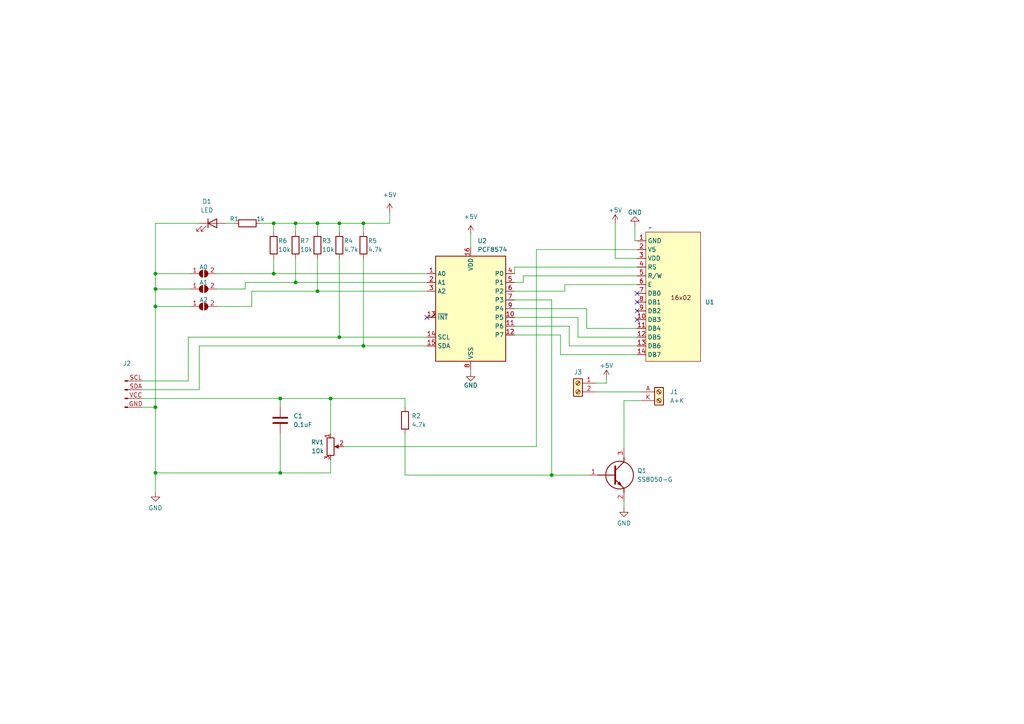
<source format=kicad_sch>
(kicad_sch (version 20230121) (generator eeschema)

  (uuid 88933122-7512-4550-b3e5-8a7e6a1f5ef7)

  (paper "A4")

  (lib_symbols
    (symbol "Connector:Conn_01x04_Pin" (pin_names (offset 1.016) hide) (in_bom yes) (on_board yes)
      (property "Reference" "J2" (at 0.635 7.62 0)
        (effects (font (size 1.27 1.27)))
      )
      (property "Value" "Conn_01x04_Pin" (at 0.635 5.08 0)
        (effects (font (size 1.27 1.27)))
      )
      (property "Footprint" "" (at 0 0 0)
        (effects (font (size 1.27 1.27)) hide)
      )
      (property "Datasheet" "~" (at 0 0 0)
        (effects (font (size 1.27 1.27)) hide)
      )
      (property "ki_locked" "" (at 0 0 0)
        (effects (font (size 1.27 1.27)))
      )
      (property "ki_keywords" "connector" (at 0 0 0)
        (effects (font (size 1.27 1.27)) hide)
      )
      (property "ki_description" "Generic connector, single row, 01x04, script generated" (at 0 0 0)
        (effects (font (size 1.27 1.27)) hide)
      )
      (property "ki_fp_filters" "Connector*:*_1x??_*" (at 0 0 0)
        (effects (font (size 1.27 1.27)) hide)
      )
      (symbol "Conn_01x04_Pin_1_1"
        (polyline
          (pts
            (xy 1.27 -5.08)
            (xy 0.8636 -5.08)
          )
          (stroke (width 0.1524) (type default))
          (fill (type none))
        )
        (polyline
          (pts
            (xy 1.27 -2.54)
            (xy 0.8636 -2.54)
          )
          (stroke (width 0.1524) (type default))
          (fill (type none))
        )
        (polyline
          (pts
            (xy 1.27 0)
            (xy 0.8636 0)
          )
          (stroke (width 0.1524) (type default))
          (fill (type none))
        )
        (polyline
          (pts
            (xy 1.27 2.54)
            (xy 0.8636 2.54)
          )
          (stroke (width 0.1524) (type default))
          (fill (type none))
        )
        (rectangle (start 0.8636 -4.953) (end 0 -5.207)
          (stroke (width 0.1524) (type default))
          (fill (type outline))
        )
        (rectangle (start 0.8636 -2.413) (end 0 -2.667)
          (stroke (width 0.1524) (type default))
          (fill (type outline))
        )
        (rectangle (start 0.8636 0.127) (end 0 -0.127)
          (stroke (width 0.1524) (type default))
          (fill (type outline))
        )
        (rectangle (start 0.8636 2.667) (end 0 2.413)
          (stroke (width 0.1524) (type default))
          (fill (type outline))
        )
        (pin passive line (at 5.08 -5.08 180) (length 3.81)
          (name "Pin_4" (effects (font (size 1.27 1.27))))
          (number "GND" (effects (font (size 1.27 1.27))))
        )
        (pin passive line (at 5.08 2.54 180) (length 3.81)
          (name "Pin_1" (effects (font (size 1.27 1.27))))
          (number "SCL" (effects (font (size 1.27 1.27))))
        )
        (pin passive line (at 5.08 0 180) (length 3.81)
          (name "Pin_2" (effects (font (size 1.27 1.27))))
          (number "SDA" (effects (font (size 1.27 1.27))))
        )
        (pin passive line (at 5.08 -2.54 180) (length 3.81)
          (name "Pin_3" (effects (font (size 1.27 1.27))))
          (number "VCC" (effects (font (size 1.27 1.27))))
        )
      )
    )
    (symbol "Connector:Screw_Terminal_01x02" (pin_names (offset 1.016) hide) (in_bom yes) (on_board yes)
      (property "Reference" "J1" (at 3.175 0 0)
        (effects (font (size 1.27 1.27)) (justify left))
      )
      (property "Value" "A+K" (at 3.175 -2.54 0)
        (effects (font (size 1.27 1.27)) (justify left))
      )
      (property "Footprint" "" (at 0 0 0)
        (effects (font (size 1.27 1.27)) hide)
      )
      (property "Datasheet" "~" (at 0 0 0)
        (effects (font (size 1.27 1.27)) hide)
      )
      (property "ki_keywords" "screw terminal" (at 0 0 0)
        (effects (font (size 1.27 1.27)) hide)
      )
      (property "ki_description" "Generic screw terminal, single row, 01x02, script generated (kicad-library-utils/schlib/autogen/connector/)" (at 0 0 0)
        (effects (font (size 1.27 1.27)) hide)
      )
      (property "ki_fp_filters" "TerminalBlock*:*" (at 0 0 0)
        (effects (font (size 1.27 1.27)) hide)
      )
      (symbol "Screw_Terminal_01x02_1_1"
        (rectangle (start -1.27 1.27) (end 1.27 -3.81)
          (stroke (width 0.254) (type default))
          (fill (type background))
        )
        (circle (center 0 -2.54) (radius 0.635)
          (stroke (width 0.1524) (type default))
          (fill (type none))
        )
        (polyline
          (pts
            (xy -0.5334 -2.2098)
            (xy 0.3302 -3.048)
          )
          (stroke (width 0.1524) (type default))
          (fill (type none))
        )
        (polyline
          (pts
            (xy -0.5334 0.3302)
            (xy 0.3302 -0.508)
          )
          (stroke (width 0.1524) (type default))
          (fill (type none))
        )
        (polyline
          (pts
            (xy -0.3556 -2.032)
            (xy 0.508 -2.8702)
          )
          (stroke (width 0.1524) (type default))
          (fill (type none))
        )
        (polyline
          (pts
            (xy -0.3556 0.508)
            (xy 0.508 -0.3302)
          )
          (stroke (width 0.1524) (type default))
          (fill (type none))
        )
        (circle (center 0 0) (radius 0.635)
          (stroke (width 0.1524) (type default))
          (fill (type none))
        )
        (pin passive line (at -5.08 0 0) (length 3.81)
          (name "Pin_1" (effects (font (size 1.27 1.27))))
          (number "A" (effects (font (size 1.27 1.27))))
        )
        (pin passive line (at -5.08 -2.54 0) (length 3.81)
          (name "K" (effects (font (size 1.27 1.27))))
          (number "K" (effects (font (size 1.27 1.27))))
        )
      )
    )
    (symbol "Device:C" (pin_numbers hide) (pin_names (offset 0.254)) (in_bom yes) (on_board yes)
      (property "Reference" "C" (at 0.635 2.54 0)
        (effects (font (size 1.27 1.27)) (justify left))
      )
      (property "Value" "C" (at 0.635 -2.54 0)
        (effects (font (size 1.27 1.27)) (justify left))
      )
      (property "Footprint" "" (at 0.9652 -3.81 0)
        (effects (font (size 1.27 1.27)) hide)
      )
      (property "Datasheet" "~" (at 0 0 0)
        (effects (font (size 1.27 1.27)) hide)
      )
      (property "ki_keywords" "cap capacitor" (at 0 0 0)
        (effects (font (size 1.27 1.27)) hide)
      )
      (property "ki_description" "Unpolarized capacitor" (at 0 0 0)
        (effects (font (size 1.27 1.27)) hide)
      )
      (property "ki_fp_filters" "C_*" (at 0 0 0)
        (effects (font (size 1.27 1.27)) hide)
      )
      (symbol "C_0_1"
        (polyline
          (pts
            (xy -2.032 -0.762)
            (xy 2.032 -0.762)
          )
          (stroke (width 0.508) (type default))
          (fill (type none))
        )
        (polyline
          (pts
            (xy -2.032 0.762)
            (xy 2.032 0.762)
          )
          (stroke (width 0.508) (type default))
          (fill (type none))
        )
      )
      (symbol "C_1_1"
        (pin passive line (at 0 3.81 270) (length 2.794)
          (name "~" (effects (font (size 1.27 1.27))))
          (number "1" (effects (font (size 1.27 1.27))))
        )
        (pin passive line (at 0 -3.81 90) (length 2.794)
          (name "~" (effects (font (size 1.27 1.27))))
          (number "2" (effects (font (size 1.27 1.27))))
        )
      )
    )
    (symbol "Device:LED" (pin_numbers hide) (pin_names (offset 1.016) hide) (in_bom yes) (on_board yes)
      (property "Reference" "D" (at 0 2.54 0)
        (effects (font (size 1.27 1.27)))
      )
      (property "Value" "LED" (at 0 -2.54 0)
        (effects (font (size 1.27 1.27)))
      )
      (property "Footprint" "" (at 0 0 0)
        (effects (font (size 1.27 1.27)) hide)
      )
      (property "Datasheet" "~" (at 0 0 0)
        (effects (font (size 1.27 1.27)) hide)
      )
      (property "ki_keywords" "LED diode" (at 0 0 0)
        (effects (font (size 1.27 1.27)) hide)
      )
      (property "ki_description" "Light emitting diode" (at 0 0 0)
        (effects (font (size 1.27 1.27)) hide)
      )
      (property "ki_fp_filters" "LED* LED_SMD:* LED_THT:*" (at 0 0 0)
        (effects (font (size 1.27 1.27)) hide)
      )
      (symbol "LED_0_1"
        (polyline
          (pts
            (xy -1.27 -1.27)
            (xy -1.27 1.27)
          )
          (stroke (width 0.254) (type default))
          (fill (type none))
        )
        (polyline
          (pts
            (xy -1.27 0)
            (xy 1.27 0)
          )
          (stroke (width 0) (type default))
          (fill (type none))
        )
        (polyline
          (pts
            (xy 1.27 -1.27)
            (xy 1.27 1.27)
            (xy -1.27 0)
            (xy 1.27 -1.27)
          )
          (stroke (width 0.254) (type default))
          (fill (type none))
        )
        (polyline
          (pts
            (xy -3.048 -0.762)
            (xy -4.572 -2.286)
            (xy -3.81 -2.286)
            (xy -4.572 -2.286)
            (xy -4.572 -1.524)
          )
          (stroke (width 0) (type default))
          (fill (type none))
        )
        (polyline
          (pts
            (xy -1.778 -0.762)
            (xy -3.302 -2.286)
            (xy -2.54 -2.286)
            (xy -3.302 -2.286)
            (xy -3.302 -1.524)
          )
          (stroke (width 0) (type default))
          (fill (type none))
        )
      )
      (symbol "LED_1_1"
        (pin passive line (at -3.81 0 0) (length 2.54)
          (name "K" (effects (font (size 1.27 1.27))))
          (number "1" (effects (font (size 1.27 1.27))))
        )
        (pin passive line (at 3.81 0 180) (length 2.54)
          (name "A" (effects (font (size 1.27 1.27))))
          (number "2" (effects (font (size 1.27 1.27))))
        )
      )
    )
    (symbol "Device:R" (pin_numbers hide) (pin_names (offset 0)) (in_bom yes) (on_board yes)
      (property "Reference" "R" (at 2.032 0 90)
        (effects (font (size 1.27 1.27)))
      )
      (property "Value" "R" (at 0 0 90)
        (effects (font (size 1.27 1.27)))
      )
      (property "Footprint" "" (at -1.778 0 90)
        (effects (font (size 1.27 1.27)) hide)
      )
      (property "Datasheet" "~" (at 0 0 0)
        (effects (font (size 1.27 1.27)) hide)
      )
      (property "ki_keywords" "R res resistor" (at 0 0 0)
        (effects (font (size 1.27 1.27)) hide)
      )
      (property "ki_description" "Resistor" (at 0 0 0)
        (effects (font (size 1.27 1.27)) hide)
      )
      (property "ki_fp_filters" "R_*" (at 0 0 0)
        (effects (font (size 1.27 1.27)) hide)
      )
      (symbol "R_0_1"
        (rectangle (start -1.016 -2.54) (end 1.016 2.54)
          (stroke (width 0.254) (type default))
          (fill (type none))
        )
      )
      (symbol "R_1_1"
        (pin passive line (at 0 3.81 270) (length 1.27)
          (name "~" (effects (font (size 1.27 1.27))))
          (number "1" (effects (font (size 1.27 1.27))))
        )
        (pin passive line (at 0 -3.81 90) (length 1.27)
          (name "~" (effects (font (size 1.27 1.27))))
          (number "2" (effects (font (size 1.27 1.27))))
        )
      )
    )
    (symbol "Device:R_Potentiometer" (pin_names (offset 1.016) hide) (in_bom yes) (on_board yes)
      (property "Reference" "RV" (at -4.445 0 90)
        (effects (font (size 1.27 1.27)))
      )
      (property "Value" "R_Potentiometer" (at -2.54 0 90)
        (effects (font (size 1.27 1.27)))
      )
      (property "Footprint" "" (at 0 0 0)
        (effects (font (size 1.27 1.27)) hide)
      )
      (property "Datasheet" "~" (at 0 0 0)
        (effects (font (size 1.27 1.27)) hide)
      )
      (property "ki_keywords" "resistor variable" (at 0 0 0)
        (effects (font (size 1.27 1.27)) hide)
      )
      (property "ki_description" "Potentiometer" (at 0 0 0)
        (effects (font (size 1.27 1.27)) hide)
      )
      (property "ki_fp_filters" "Potentiometer*" (at 0 0 0)
        (effects (font (size 1.27 1.27)) hide)
      )
      (symbol "R_Potentiometer_0_1"
        (polyline
          (pts
            (xy 2.54 0)
            (xy 1.524 0)
          )
          (stroke (width 0) (type default))
          (fill (type none))
        )
        (polyline
          (pts
            (xy 1.143 0)
            (xy 2.286 0.508)
            (xy 2.286 -0.508)
            (xy 1.143 0)
          )
          (stroke (width 0) (type default))
          (fill (type outline))
        )
        (rectangle (start 1.016 2.54) (end -1.016 -2.54)
          (stroke (width 0.254) (type default))
          (fill (type none))
        )
      )
      (symbol "R_Potentiometer_1_1"
        (pin passive line (at 0 3.81 270) (length 1.27)
          (name "1" (effects (font (size 1.27 1.27))))
          (number "1" (effects (font (size 1.27 1.27))))
        )
        (pin passive line (at 3.81 0 180) (length 1.27)
          (name "2" (effects (font (size 1.27 1.27))))
          (number "2" (effects (font (size 1.27 1.27))))
        )
        (pin passive line (at 0 -3.81 90) (length 1.27)
          (name "3" (effects (font (size 1.27 1.27))))
          (number "3" (effects (font (size 1.27 1.27))))
        )
      )
    )
    (symbol "Interface_Expansion:PCF8574" (in_bom yes) (on_board yes)
      (property "Reference" "U2" (at 1.9559 19.685 0)
        (effects (font (size 1.27 1.27)) (justify left))
      )
      (property "Value" "PCF8574" (at 1.9559 17.145 0)
        (effects (font (size 1.27 1.27)) (justify left))
      )
      (property "Footprint" "" (at 0 0 0)
        (effects (font (size 1.27 1.27)) hide)
      )
      (property "Datasheet" "http://www.nxp.com/documents/data_sheet/PCF8574_PCF8574A.pdf" (at 0 7.62 0)
        (effects (font (size 1.27 1.27)) hide)
      )
      (property "ki_keywords" "I2C Expander" (at 0 0 0)
        (effects (font (size 1.27 1.27)) hide)
      )
      (property "ki_description" "8 Bit Port/Expander to I2C Bus, DIP/SOIC-16" (at 0 0 0)
        (effects (font (size 1.27 1.27)) hide)
      )
      (property "ki_fp_filters" "DIP*W7.62mm* SOIC*7.5x10.3mm*P1.27mm*" (at 0 0 0)
        (effects (font (size 1.27 1.27)) hide)
      )
      (symbol "PCF8574_0_1"
        (rectangle (start -10.16 15.24) (end 10.16 -15.24)
          (stroke (width 0.254) (type default))
          (fill (type background))
        )
      )
      (symbol "PCF8574_1_1"
        (pin input line (at -12.7 10.16 0) (length 2.54)
          (name "A0" (effects (font (size 1.27 1.27))))
          (number "1" (effects (font (size 1.27 1.27))))
        )
        (pin bidirectional line (at 12.7 -2.54 180) (length 2.54)
          (name "P5" (effects (font (size 1.27 1.27))))
          (number "10" (effects (font (size 1.27 1.27))))
        )
        (pin bidirectional line (at 12.7 -5.08 180) (length 2.54)
          (name "P6" (effects (font (size 1.27 1.27))))
          (number "11" (effects (font (size 1.27 1.27))))
        )
        (pin bidirectional line (at 12.7 -7.62 180) (length 2.54)
          (name "P7" (effects (font (size 1.27 1.27))))
          (number "12" (effects (font (size 1.27 1.27))))
        )
        (pin open_collector output_low (at -12.7 -2.54 0) (length 2.54)
          (name "~{INT}" (effects (font (size 1.27 1.27))))
          (number "13" (effects (font (size 1.27 1.27))))
        )
        (pin input line (at -12.7 -8.255 0) (length 2.54)
          (name "SCL" (effects (font (size 1.27 1.27))))
          (number "14" (effects (font (size 1.27 1.27))))
        )
        (pin bidirectional line (at -12.7 -10.795 0) (length 2.54)
          (name "SDA" (effects (font (size 1.27 1.27))))
          (number "15" (effects (font (size 1.27 1.27))))
        )
        (pin power_in line (at 0 17.78 270) (length 2.54)
          (name "VDD" (effects (font (size 1.27 1.27))))
          (number "16" (effects (font (size 1.27 1.27))))
        )
        (pin input line (at -12.7 7.62 0) (length 2.54)
          (name "A1" (effects (font (size 1.27 1.27))))
          (number "2" (effects (font (size 1.27 1.27))))
        )
        (pin input line (at -12.7 5.08 0) (length 2.54)
          (name "A2" (effects (font (size 1.27 1.27))))
          (number "3" (effects (font (size 1.27 1.27))))
        )
        (pin bidirectional line (at 12.7 10.16 180) (length 2.54)
          (name "P0" (effects (font (size 1.27 1.27))))
          (number "4" (effects (font (size 1.27 1.27))))
        )
        (pin bidirectional line (at 12.7 7.62 180) (length 2.54)
          (name "P1" (effects (font (size 1.27 1.27))))
          (number "5" (effects (font (size 1.27 1.27))))
        )
        (pin bidirectional line (at 12.7 5.08 180) (length 2.54)
          (name "P2" (effects (font (size 1.27 1.27))))
          (number "6" (effects (font (size 1.27 1.27))))
        )
        (pin bidirectional line (at 12.7 2.54 180) (length 2.54)
          (name "P3" (effects (font (size 1.27 1.27))))
          (number "7" (effects (font (size 1.27 1.27))))
        )
        (pin power_in line (at 0 -17.78 90) (length 2.54)
          (name "VSS" (effects (font (size 1.27 1.27))))
          (number "8" (effects (font (size 1.27 1.27))))
        )
        (pin bidirectional line (at 12.7 0 180) (length 2.54)
          (name "P4" (effects (font (size 1.27 1.27))))
          (number "9" (effects (font (size 1.27 1.27))))
        )
      )
    )
    (symbol "Jumper:SolderJumper_2_Open" (pin_names (offset 0) hide) (in_bom yes) (on_board yes)
      (property "Reference" "JP" (at 0 2.032 0)
        (effects (font (size 1.27 1.27)))
      )
      (property "Value" "SolderJumper_2_Open" (at 0 -2.54 0)
        (effects (font (size 1.27 1.27)))
      )
      (property "Footprint" "" (at 0 0 0)
        (effects (font (size 1.27 1.27)) hide)
      )
      (property "Datasheet" "~" (at 0 0 0)
        (effects (font (size 1.27 1.27)) hide)
      )
      (property "ki_keywords" "solder jumper SPST" (at 0 0 0)
        (effects (font (size 1.27 1.27)) hide)
      )
      (property "ki_description" "Solder Jumper, 2-pole, open" (at 0 0 0)
        (effects (font (size 1.27 1.27)) hide)
      )
      (property "ki_fp_filters" "SolderJumper*Open*" (at 0 0 0)
        (effects (font (size 1.27 1.27)) hide)
      )
      (symbol "SolderJumper_2_Open_0_1"
        (arc (start -0.254 1.016) (mid -1.2656 0) (end -0.254 -1.016)
          (stroke (width 0) (type default))
          (fill (type none))
        )
        (arc (start -0.254 1.016) (mid -1.2656 0) (end -0.254 -1.016)
          (stroke (width 0) (type default))
          (fill (type outline))
        )
        (polyline
          (pts
            (xy -0.254 1.016)
            (xy -0.254 -1.016)
          )
          (stroke (width 0) (type default))
          (fill (type none))
        )
        (polyline
          (pts
            (xy 0.254 1.016)
            (xy 0.254 -1.016)
          )
          (stroke (width 0) (type default))
          (fill (type none))
        )
        (arc (start 0.254 -1.016) (mid 1.2656 0) (end 0.254 1.016)
          (stroke (width 0) (type default))
          (fill (type none))
        )
        (arc (start 0.254 -1.016) (mid 1.2656 0) (end 0.254 1.016)
          (stroke (width 0) (type default))
          (fill (type outline))
        )
      )
      (symbol "SolderJumper_2_Open_1_1"
        (pin passive line (at -3.81 0 0) (length 2.54)
          (name "A" (effects (font (size 1.27 1.27))))
          (number "1" (effects (font (size 1.27 1.27))))
        )
        (pin passive line (at 3.81 0 180) (length 2.54)
          (name "B" (effects (font (size 1.27 1.27))))
          (number "2" (effects (font (size 1.27 1.27))))
        )
      )
    )
    (symbol "SS8050-G:SS8050-G" (pin_names hide) (in_bom yes) (on_board yes)
      (property "Reference" "Q" (at 13.97 1.27 0)
        (effects (font (size 1.27 1.27)) (justify left top))
      )
      (property "Value" "SS8050-G" (at 13.97 -1.27 0)
        (effects (font (size 1.27 1.27)) (justify left top))
      )
      (property "Footprint" "SOT95P240X115-3N" (at 13.97 -101.27 0)
        (effects (font (size 1.27 1.27)) (justify left top) hide)
      )
      (property "Datasheet" "https://datasheet.datasheetarchive.com/originals/distributors/DKDS-12/229454.pdf" (at 13.97 -201.27 0)
        (effects (font (size 1.27 1.27)) (justify left top) hide)
      )
      (property "Height" "1.15" (at 13.97 -401.27 0)
        (effects (font (size 1.27 1.27)) (justify left top) hide)
      )
      (property "Mouser Part Number" "750-SS8050-G" (at 13.97 -501.27 0)
        (effects (font (size 1.27 1.27)) (justify left top) hide)
      )
      (property "Mouser Price/Stock" "https://www.mouser.co.uk/ProductDetail/Comchip-Technology/SS8050-G?qs=LLUE9lz1YbcHg%252BWLMAtcrQ%3D%3D" (at 13.97 -601.27 0)
        (effects (font (size 1.27 1.27)) (justify left top) hide)
      )
      (property "Manufacturer_Name" "Comchip Technology" (at 13.97 -701.27 0)
        (effects (font (size 1.27 1.27)) (justify left top) hide)
      )
      (property "Manufacturer_Part_Number" "SS8050-G" (at 13.97 -801.27 0)
        (effects (font (size 1.27 1.27)) (justify left top) hide)
      )
      (property "ki_description" "Bipolar Transistors - BJT NPN TRANSISTOR 1.5A 40V" (at 0 0 0)
        (effects (font (size 1.27 1.27)) hide)
      )
      (symbol "SS8050-G_1_1"
        (polyline
          (pts
            (xy 2.54 0)
            (xy 7.62 0)
          )
          (stroke (width 0.254) (type default))
          (fill (type none))
        )
        (polyline
          (pts
            (xy 7.62 -1.27)
            (xy 10.16 -3.81)
          )
          (stroke (width 0.254) (type default))
          (fill (type none))
        )
        (polyline
          (pts
            (xy 7.62 1.27)
            (xy 10.16 3.81)
          )
          (stroke (width 0.254) (type default))
          (fill (type none))
        )
        (polyline
          (pts
            (xy 7.62 2.54)
            (xy 7.62 -2.54)
          )
          (stroke (width 0.508) (type default))
          (fill (type none))
        )
        (polyline
          (pts
            (xy 10.16 -3.81)
            (xy 10.16 -5.08)
          )
          (stroke (width 0.254) (type default))
          (fill (type none))
        )
        (polyline
          (pts
            (xy 10.16 3.81)
            (xy 10.16 5.08)
          )
          (stroke (width 0.254) (type default))
          (fill (type none))
        )
        (polyline
          (pts
            (xy 8.382 -2.54)
            (xy 8.89 -2.032)
            (xy 9.398 -3.048)
            (xy 8.382 -2.54)
          )
          (stroke (width 0.254) (type default))
          (fill (type outline))
        )
        (circle (center 8.89 0) (radius 4.016)
          (stroke (width 0.254) (type default))
          (fill (type none))
        )
        (pin passive line (at 0 0 0) (length 2.54)
          (name "B" (effects (font (size 1.27 1.27))))
          (number "1" (effects (font (size 1.27 1.27))))
        )
        (pin passive line (at 10.16 -7.62 90) (length 2.54)
          (name "E" (effects (font (size 1.27 1.27))))
          (number "2" (effects (font (size 1.27 1.27))))
        )
        (pin passive line (at 10.16 7.62 270) (length 2.54)
          (name "C" (effects (font (size 1.27 1.27))))
          (number "3" (effects (font (size 1.27 1.27))))
        )
      )
    )
    (symbol "Screw_Terminal_01x02_1" (pin_names (offset 1.016) hide) (in_bom yes) (on_board yes)
      (property "Reference" "J" (at 0 2.54 0)
        (effects (font (size 1.27 1.27)))
      )
      (property "Value" "Screw_Terminal_01x02" (at 0 -5.08 0)
        (effects (font (size 1.27 1.27)))
      )
      (property "Footprint" "" (at 0 0 0)
        (effects (font (size 1.27 1.27)) hide)
      )
      (property "Datasheet" "~" (at 0 0 0)
        (effects (font (size 1.27 1.27)) hide)
      )
      (property "ki_keywords" "screw terminal" (at 0 0 0)
        (effects (font (size 1.27 1.27)) hide)
      )
      (property "ki_description" "Generic screw terminal, single row, 01x02, script generated (kicad-library-utils/schlib/autogen/connector/)" (at 0 0 0)
        (effects (font (size 1.27 1.27)) hide)
      )
      (property "ki_fp_filters" "TerminalBlock*:*" (at 0 0 0)
        (effects (font (size 1.27 1.27)) hide)
      )
      (symbol "Screw_Terminal_01x02_1_1_1"
        (rectangle (start -1.27 1.27) (end 1.27 -3.81)
          (stroke (width 0.254) (type default))
          (fill (type background))
        )
        (circle (center 0 -2.54) (radius 0.635)
          (stroke (width 0.1524) (type default))
          (fill (type none))
        )
        (polyline
          (pts
            (xy -0.5334 -2.2098)
            (xy 0.3302 -3.048)
          )
          (stroke (width 0.1524) (type default))
          (fill (type none))
        )
        (polyline
          (pts
            (xy -0.5334 0.3302)
            (xy 0.3302 -0.508)
          )
          (stroke (width 0.1524) (type default))
          (fill (type none))
        )
        (polyline
          (pts
            (xy -0.3556 -2.032)
            (xy 0.508 -2.8702)
          )
          (stroke (width 0.1524) (type default))
          (fill (type none))
        )
        (polyline
          (pts
            (xy -0.3556 0.508)
            (xy 0.508 -0.3302)
          )
          (stroke (width 0.1524) (type default))
          (fill (type none))
        )
        (circle (center 0 0) (radius 0.635)
          (stroke (width 0.1524) (type default))
          (fill (type none))
        )
        (pin passive line (at -5.08 0 0) (length 3.81)
          (name "Pin_1" (effects (font (size 1.27 1.27))))
          (number "1" (effects (font (size 1.27 1.27))))
        )
        (pin passive line (at -5.08 -2.54 0) (length 3.81)
          (name "Pin_2" (effects (font (size 1.27 1.27))))
          (number "2" (effects (font (size 1.27 1.27))))
        )
      )
    )
    (symbol "lcd:16x02" (in_bom yes) (on_board yes)
      (property "Reference" "U1" (at 15.875 -21.59 0)
        (effects (font (size 1.27 1.27)) (justify left))
      )
      (property "Value" "~" (at 0 0 0)
        (effects (font (size 1.27 1.27)))
      )
      (property "Footprint" "" (at 0 0 0)
        (effects (font (size 1.27 1.27)) hide)
      )
      (property "Datasheet" "" (at 0 0 0)
        (effects (font (size 1.27 1.27)) hide)
      )
      (symbol "16x02_1_1"
        (rectangle (start -1.27 -1.27) (end 14.605 -38.735)
          (stroke (width 0) (type default))
          (fill (type background))
        )
        (text "16x02\n" (at 8.89 -20.32 0)
          (effects (font (size 1.27 1.27)))
        )
        (pin input line (at -3.81 -3.81 0) (length 2.54)
          (name "GND" (effects (font (size 1.27 1.27))))
          (number "1" (effects (font (size 1.27 1.27))))
        )
        (pin input line (at -3.81 -26.67 0) (length 2.54)
          (name "DB3" (effects (font (size 1.27 1.27))))
          (number "10" (effects (font (size 1.27 1.27))))
        )
        (pin input line (at -3.81 -29.21 0) (length 2.54)
          (name "DB4" (effects (font (size 1.27 1.27))))
          (number "11" (effects (font (size 1.27 1.27))))
        )
        (pin input line (at -3.81 -31.75 0) (length 2.54)
          (name "DB5" (effects (font (size 1.27 1.27))))
          (number "12" (effects (font (size 1.27 1.27))))
        )
        (pin input line (at -3.81 -34.29 0) (length 2.54)
          (name "DB6" (effects (font (size 1.27 1.27))))
          (number "13" (effects (font (size 1.27 1.27))))
        )
        (pin input line (at -3.81 -36.83 0) (length 2.54)
          (name "DB7" (effects (font (size 1.27 1.27))))
          (number "14" (effects (font (size 1.27 1.27))))
        )
        (pin input line (at -3.81 -6.35 0) (length 2.54)
          (name "V5" (effects (font (size 1.27 1.27))))
          (number "2" (effects (font (size 1.27 1.27))))
        )
        (pin input line (at -3.81 -8.89 0) (length 2.54)
          (name "VDD" (effects (font (size 1.27 1.27))))
          (number "3" (effects (font (size 1.27 1.27))))
        )
        (pin input line (at -3.81 -11.43 0) (length 2.54)
          (name "RS" (effects (font (size 1.27 1.27))))
          (number "4" (effects (font (size 1.27 1.27))))
        )
        (pin input line (at -3.81 -13.97 0) (length 2.54)
          (name "R/W" (effects (font (size 1.27 1.27))))
          (number "5" (effects (font (size 1.27 1.27))))
        )
        (pin input line (at -3.81 -16.51 0) (length 2.54)
          (name "E" (effects (font (size 1.27 1.27))))
          (number "6" (effects (font (size 1.27 1.27))))
        )
        (pin input line (at -3.81 -19.05 0) (length 2.54)
          (name "DB0" (effects (font (size 1.27 1.27))))
          (number "7" (effects (font (size 1.27 1.27))))
        )
        (pin input line (at -3.81 -21.59 0) (length 2.54)
          (name "DB1" (effects (font (size 1.27 1.27))))
          (number "8" (effects (font (size 1.27 1.27))))
        )
        (pin input line (at -3.81 -24.13 0) (length 2.54)
          (name "DB2" (effects (font (size 1.27 1.27))))
          (number "9" (effects (font (size 1.27 1.27))))
        )
      )
    )
    (symbol "power:+5V" (power) (pin_names (offset 0)) (in_bom yes) (on_board yes)
      (property "Reference" "#PWR" (at 0 -3.81 0)
        (effects (font (size 1.27 1.27)) hide)
      )
      (property "Value" "+5V" (at 0 3.556 0)
        (effects (font (size 1.27 1.27)))
      )
      (property "Footprint" "" (at 0 0 0)
        (effects (font (size 1.27 1.27)) hide)
      )
      (property "Datasheet" "" (at 0 0 0)
        (effects (font (size 1.27 1.27)) hide)
      )
      (property "ki_keywords" "global power" (at 0 0 0)
        (effects (font (size 1.27 1.27)) hide)
      )
      (property "ki_description" "Power symbol creates a global label with name \"+5V\"" (at 0 0 0)
        (effects (font (size 1.27 1.27)) hide)
      )
      (symbol "+5V_0_1"
        (polyline
          (pts
            (xy -0.762 1.27)
            (xy 0 2.54)
          )
          (stroke (width 0) (type default))
          (fill (type none))
        )
        (polyline
          (pts
            (xy 0 0)
            (xy 0 2.54)
          )
          (stroke (width 0) (type default))
          (fill (type none))
        )
        (polyline
          (pts
            (xy 0 2.54)
            (xy 0.762 1.27)
          )
          (stroke (width 0) (type default))
          (fill (type none))
        )
      )
      (symbol "+5V_1_1"
        (pin power_in line (at 0 0 90) (length 0) hide
          (name "+5V" (effects (font (size 1.27 1.27))))
          (number "1" (effects (font (size 1.27 1.27))))
        )
      )
    )
    (symbol "power:GND" (power) (pin_names (offset 0)) (in_bom yes) (on_board yes)
      (property "Reference" "#PWR" (at 0 -6.35 0)
        (effects (font (size 1.27 1.27)) hide)
      )
      (property "Value" "GND" (at 0 -3.81 0)
        (effects (font (size 1.27 1.27)))
      )
      (property "Footprint" "" (at 0 0 0)
        (effects (font (size 1.27 1.27)) hide)
      )
      (property "Datasheet" "" (at 0 0 0)
        (effects (font (size 1.27 1.27)) hide)
      )
      (property "ki_keywords" "global power" (at 0 0 0)
        (effects (font (size 1.27 1.27)) hide)
      )
      (property "ki_description" "Power symbol creates a global label with name \"GND\" , ground" (at 0 0 0)
        (effects (font (size 1.27 1.27)) hide)
      )
      (symbol "GND_0_1"
        (polyline
          (pts
            (xy 0 0)
            (xy 0 -1.27)
            (xy 1.27 -1.27)
            (xy 0 -2.54)
            (xy -1.27 -1.27)
            (xy 0 -1.27)
          )
          (stroke (width 0) (type default))
          (fill (type none))
        )
      )
      (symbol "GND_1_1"
        (pin power_in line (at 0 0 270) (length 0) hide
          (name "GND" (effects (font (size 1.27 1.27))))
          (number "1" (effects (font (size 1.27 1.27))))
        )
      )
    )
  )

  (junction (at 92.075 64.77) (diameter 0) (color 0 0 0 0)
    (uuid 06b965ed-17a1-44e9-b1a6-e0db9cd79344)
  )
  (junction (at 45.085 118.11) (diameter 0) (color 0 0 0 0)
    (uuid 0744a916-eacb-402d-8015-a5b147ef08f5)
  )
  (junction (at 160.02 137.795) (diameter 0) (color 0 0 0 0)
    (uuid 0c5f6a9c-8769-4b1c-8c21-8a4e3b45b3c7)
  )
  (junction (at 79.375 79.375) (diameter 0) (color 0 0 0 0)
    (uuid 143f7a12-da83-478a-9977-a671a515f60b)
  )
  (junction (at 92.075 84.455) (diameter 0) (color 0 0 0 0)
    (uuid 22531bd1-b348-4ae7-9d8a-807077c4a417)
  )
  (junction (at 105.41 64.77) (diameter 0) (color 0 0 0 0)
    (uuid 3ec1f1b5-0275-4a94-9b31-f01c801f3e44)
  )
  (junction (at 79.375 64.77) (diameter 0) (color 0 0 0 0)
    (uuid 4b526b3f-64a2-4a4c-a7d3-6d3147c10d2d)
  )
  (junction (at 45.085 88.9) (diameter 0) (color 0 0 0 0)
    (uuid 6a67b2d3-4244-4139-ad0f-5713aab20a25)
  )
  (junction (at 95.885 115.57) (diameter 0) (color 0 0 0 0)
    (uuid 6babe680-7c37-428e-ba98-15a453da02b0)
  )
  (junction (at 85.725 81.915) (diameter 0) (color 0 0 0 0)
    (uuid 82fb3b30-bccd-4ae8-a9d3-fd767b2f7aab)
  )
  (junction (at 45.085 137.16) (diameter 0) (color 0 0 0 0)
    (uuid 9dc08fbd-d427-47ea-9b12-1873c4a6911e)
  )
  (junction (at 81.28 115.57) (diameter 0) (color 0 0 0 0)
    (uuid a9759fd2-0778-42a5-9e17-3b1dc3abd97e)
  )
  (junction (at 85.725 64.77) (diameter 0) (color 0 0 0 0)
    (uuid b810d304-d4ea-4ac1-b170-c8aef814a5e4)
  )
  (junction (at 98.425 97.79) (diameter 0) (color 0 0 0 0)
    (uuid c61214b1-4bf2-42d0-84c0-7f51d1996ca4)
  )
  (junction (at 45.085 79.375) (diameter 0) (color 0 0 0 0)
    (uuid cb77f17a-aeb7-4db3-8f64-adaed310e32d)
  )
  (junction (at 105.41 100.33) (diameter 0) (color 0 0 0 0)
    (uuid e425e588-96c4-4bf4-bb16-3ee33fa668b6)
  )
  (junction (at 45.085 83.82) (diameter 0) (color 0 0 0 0)
    (uuid e843b1a9-dacd-4597-a382-fb1673b75a4a)
  )
  (junction (at 81.28 137.16) (diameter 0) (color 0 0 0 0)
    (uuid edb297b9-d771-497b-baba-28b76990983f)
  )
  (junction (at 98.425 64.77) (diameter 0) (color 0 0 0 0)
    (uuid feff46a7-2945-4cbe-a5e7-b239b0d467b5)
  )

  (no_connect (at 184.785 85.09) (uuid 34acfe71-e241-44f5-a616-433640a0c8ec))
  (no_connect (at 184.785 87.63) (uuid 7e29cfd5-8ed0-4b03-b1f1-b846f38e29db))
  (no_connect (at 123.825 92.075) (uuid 8ef9950d-d752-4516-9568-a2f6d59f0155))
  (no_connect (at 184.785 92.71) (uuid 997da515-85ec-4bee-9d97-d2fec12515de))
  (no_connect (at 184.785 90.17) (uuid b15269d2-d2f3-4163-966a-a616d031dc56))

  (wire (pts (xy 57.785 100.33) (xy 105.41 100.33))
    (stroke (width 0) (type default))
    (uuid 0011b104-887a-45c2-9c40-480510ed0af5)
  )
  (wire (pts (xy 45.085 137.16) (xy 45.085 142.875))
    (stroke (width 0) (type default))
    (uuid 04303380-3182-4af7-8984-ecc8255d0a66)
  )
  (wire (pts (xy 117.475 137.795) (xy 160.02 137.795))
    (stroke (width 0) (type default))
    (uuid 0510d33e-192a-42a7-87b0-71141cf7fe28)
  )
  (wire (pts (xy 85.725 81.915) (xy 123.825 81.915))
    (stroke (width 0) (type default))
    (uuid 12152942-a7da-4534-91ac-53e4f7b2de36)
  )
  (wire (pts (xy 45.085 79.375) (xy 45.085 83.82))
    (stroke (width 0) (type default))
    (uuid 149225d8-7b59-4c47-ba67-4bbcf77d189a)
  )
  (wire (pts (xy 45.085 83.82) (xy 45.085 88.9))
    (stroke (width 0) (type default))
    (uuid 14a92e4f-b93f-4578-bee7-b9bc89785c24)
  )
  (wire (pts (xy 71.12 83.82) (xy 71.12 81.915))
    (stroke (width 0) (type default))
    (uuid 1586548d-8a52-493a-9105-87307366e6ae)
  )
  (wire (pts (xy 170.18 95.25) (xy 184.785 95.25))
    (stroke (width 0) (type default))
    (uuid 1b671f2b-c8d5-4a4a-b376-d3eb2d901d3b)
  )
  (wire (pts (xy 62.865 83.82) (xy 71.12 83.82))
    (stroke (width 0) (type default))
    (uuid 1e062f0c-dc1d-444a-ad1e-6ee070399769)
  )
  (wire (pts (xy 71.12 81.915) (xy 85.725 81.915))
    (stroke (width 0) (type default))
    (uuid 239ea67a-8473-487d-9c36-fcb7afa06aa8)
  )
  (wire (pts (xy 160.02 86.995) (xy 149.225 86.995))
    (stroke (width 0) (type default))
    (uuid 2790ea43-67b3-4b1d-bc24-09abf0ef9c05)
  )
  (wire (pts (xy 45.085 137.16) (xy 45.085 118.11))
    (stroke (width 0) (type default))
    (uuid 2b1ae606-f278-44d9-83f3-2cadf801d7c1)
  )
  (wire (pts (xy 149.225 77.47) (xy 149.225 79.375))
    (stroke (width 0) (type default))
    (uuid 2df2b503-69f1-45f9-91e2-7aa4f8be4434)
  )
  (wire (pts (xy 149.225 84.455) (xy 163.83 84.455))
    (stroke (width 0) (type default))
    (uuid 2edfdfe5-c810-477e-bd75-85e4ad982a0b)
  )
  (wire (pts (xy 172.72 111.125) (xy 175.895 111.125))
    (stroke (width 0) (type default))
    (uuid 2f457bb3-4512-4dd1-8e2f-b6dedc9b0604)
  )
  (wire (pts (xy 167.64 97.79) (xy 167.64 92.075))
    (stroke (width 0) (type default))
    (uuid 30fc77e2-bfcd-4dc3-bdb3-fa8b1209801c)
  )
  (wire (pts (xy 162.56 97.155) (xy 149.225 97.155))
    (stroke (width 0) (type default))
    (uuid 399adae8-95c8-47f9-b39f-9202d133eb79)
  )
  (wire (pts (xy 79.375 74.93) (xy 79.375 79.375))
    (stroke (width 0) (type default))
    (uuid 3ab479a0-e6d3-4519-8065-ed79046bba7d)
  )
  (wire (pts (xy 57.785 64.77) (xy 45.085 64.77))
    (stroke (width 0) (type default))
    (uuid 3bdb4afd-9892-4fbd-b644-f07e5bafb083)
  )
  (wire (pts (xy 184.785 77.47) (xy 149.225 77.47))
    (stroke (width 0) (type default))
    (uuid 3d0bcee7-cbdf-4821-a30d-ed9fc93865d2)
  )
  (wire (pts (xy 85.725 74.93) (xy 85.725 81.915))
    (stroke (width 0) (type default))
    (uuid 3ddb4539-8345-4476-9b5e-718ad406cfc3)
  )
  (wire (pts (xy 79.375 67.31) (xy 79.375 64.77))
    (stroke (width 0) (type default))
    (uuid 41a401a8-ae71-423f-9364-ce587e0e0aa2)
  )
  (wire (pts (xy 180.975 147.32) (xy 180.975 145.415))
    (stroke (width 0) (type default))
    (uuid 597fe4d2-6344-4992-8d96-542b75ebe123)
  )
  (wire (pts (xy 117.475 137.795) (xy 117.475 125.73))
    (stroke (width 0) (type default))
    (uuid 5bfd2ce4-b933-40cd-8499-2ecd8c808229)
  )
  (wire (pts (xy 95.885 115.57) (xy 95.885 125.73))
    (stroke (width 0) (type default))
    (uuid 5e576326-df57-45c9-bd01-24be795d5dcf)
  )
  (wire (pts (xy 105.41 64.77) (xy 113.03 64.77))
    (stroke (width 0) (type default))
    (uuid 6012c601-90d1-49d7-943f-f51573f60151)
  )
  (wire (pts (xy 41.275 110.49) (xy 54.61 110.49))
    (stroke (width 0) (type default))
    (uuid 62e0ba82-782f-4327-a19c-89a9b2643bf9)
  )
  (wire (pts (xy 178.435 74.93) (xy 184.785 74.93))
    (stroke (width 0) (type default))
    (uuid 653f5b81-0c28-4f4a-813a-fac834601141)
  )
  (wire (pts (xy 73.025 84.455) (xy 73.025 88.9))
    (stroke (width 0) (type default))
    (uuid 67b567c2-1d73-48f4-aaa3-9c98b1979e17)
  )
  (wire (pts (xy 184.785 97.79) (xy 167.64 97.79))
    (stroke (width 0) (type default))
    (uuid 67b699ee-3c74-4566-b5cc-6f6c4bf762c5)
  )
  (wire (pts (xy 81.28 115.57) (xy 81.28 118.11))
    (stroke (width 0) (type default))
    (uuid 6a6831a2-61ab-4196-a277-f7dcaaab0ad0)
  )
  (wire (pts (xy 105.41 74.93) (xy 105.41 100.33))
    (stroke (width 0) (type default))
    (uuid 6b56b4d1-3486-4a4c-adce-d2346fc80e7e)
  )
  (wire (pts (xy 165.1 100.33) (xy 184.785 100.33))
    (stroke (width 0) (type default))
    (uuid 6b901a34-8cca-4903-aca3-3e6bc14e0154)
  )
  (wire (pts (xy 136.525 107.315) (xy 136.525 107.95))
    (stroke (width 0) (type default))
    (uuid 6c5204c4-9570-4e4b-9adb-0614f51e49f5)
  )
  (wire (pts (xy 79.375 64.77) (xy 85.725 64.77))
    (stroke (width 0) (type default))
    (uuid 6d1fdc42-b3d1-4847-8439-ea672b126f6a)
  )
  (wire (pts (xy 184.785 80.01) (xy 151.765 80.01))
    (stroke (width 0) (type default))
    (uuid 71a4ca46-66f9-485c-a2e6-03a32de9d587)
  )
  (wire (pts (xy 98.425 67.31) (xy 98.425 64.77))
    (stroke (width 0) (type default))
    (uuid 71fb834f-f093-4b32-b5c6-11c98534d571)
  )
  (wire (pts (xy 162.56 102.87) (xy 162.56 97.155))
    (stroke (width 0) (type default))
    (uuid 7250af81-79c8-48f6-84d3-37b99f002ebf)
  )
  (wire (pts (xy 65.405 64.77) (xy 67.945 64.77))
    (stroke (width 0) (type default))
    (uuid 7833829f-0a05-4c52-9260-b4fcddede2f8)
  )
  (wire (pts (xy 170.18 89.535) (xy 170.18 95.25))
    (stroke (width 0) (type default))
    (uuid 78e45645-4f10-4df3-92a7-0d3129b816ab)
  )
  (wire (pts (xy 172.72 113.665) (xy 186.055 113.665))
    (stroke (width 0) (type default))
    (uuid 7b761a03-d19f-4562-846f-51d9d460e0a2)
  )
  (wire (pts (xy 75.565 64.77) (xy 79.375 64.77))
    (stroke (width 0) (type default))
    (uuid 7c311d73-8cdd-48e8-80c1-4d0eec17ef97)
  )
  (wire (pts (xy 45.085 118.11) (xy 41.275 118.11))
    (stroke (width 0) (type default))
    (uuid 7cdcaf38-7b9a-486d-b01f-efe4caababf9)
  )
  (wire (pts (xy 184.15 69.85) (xy 184.785 69.85))
    (stroke (width 0) (type default))
    (uuid 7dbe9b93-2dab-4547-8fa4-24b07f16673d)
  )
  (wire (pts (xy 113.03 61.595) (xy 113.03 64.77))
    (stroke (width 0) (type default))
    (uuid 7ffec56b-e18b-4e2a-930c-00e577ca568d)
  )
  (wire (pts (xy 184.785 102.87) (xy 162.56 102.87))
    (stroke (width 0) (type default))
    (uuid 820d6f4e-b5ce-4320-9bbd-fe5e04b016e0)
  )
  (wire (pts (xy 105.41 64.77) (xy 105.41 67.31))
    (stroke (width 0) (type default))
    (uuid 87031392-781c-4518-8010-8ac878baaec9)
  )
  (wire (pts (xy 81.28 125.73) (xy 81.28 137.16))
    (stroke (width 0) (type default))
    (uuid 88da1f30-c424-4e28-b516-e94901212ac6)
  )
  (wire (pts (xy 175.895 109.855) (xy 175.895 111.125))
    (stroke (width 0) (type default))
    (uuid 8938392d-640a-4662-86c0-8bdcdfb194d1)
  )
  (wire (pts (xy 92.075 64.77) (xy 98.425 64.77))
    (stroke (width 0) (type default))
    (uuid 8e3e4825-ab52-48cd-98c4-70bdc4260aa6)
  )
  (wire (pts (xy 165.1 94.615) (xy 165.1 100.33))
    (stroke (width 0) (type default))
    (uuid 8edb6009-b44f-4cf0-8dc8-f0d3cb289213)
  )
  (wire (pts (xy 79.375 79.375) (xy 123.825 79.375))
    (stroke (width 0) (type default))
    (uuid 8f57d486-25a2-4cf5-9e42-f6889333b64a)
  )
  (wire (pts (xy 92.075 74.93) (xy 92.075 84.455))
    (stroke (width 0) (type default))
    (uuid 8f8d43a1-8467-4ec0-a52f-e153514eb564)
  )
  (wire (pts (xy 45.085 79.375) (xy 55.245 79.375))
    (stroke (width 0) (type default))
    (uuid 9110d345-5f11-4b6b-a9e9-6a2019156d4b)
  )
  (wire (pts (xy 98.425 97.79) (xy 123.825 97.79))
    (stroke (width 0) (type default))
    (uuid 918889f9-765a-40b7-b362-dd2bf18d0392)
  )
  (wire (pts (xy 98.425 74.93) (xy 98.425 97.79))
    (stroke (width 0) (type default))
    (uuid 94df0a6e-db00-4084-9681-abffacd48c44)
  )
  (wire (pts (xy 81.28 115.57) (xy 95.885 115.57))
    (stroke (width 0) (type default))
    (uuid 950f62a6-faec-47f3-af1e-62c8e0d62930)
  )
  (wire (pts (xy 117.475 115.57) (xy 117.475 118.11))
    (stroke (width 0) (type default))
    (uuid 951daa30-2ca4-48ec-8f9f-d5d502b95127)
  )
  (wire (pts (xy 54.61 110.49) (xy 54.61 97.79))
    (stroke (width 0) (type default))
    (uuid 983ae561-9e95-4c5b-bf79-d4d64061f54f)
  )
  (wire (pts (xy 155.575 72.39) (xy 184.785 72.39))
    (stroke (width 0) (type default))
    (uuid 9907e0c9-075c-4dc1-91e5-2bab04f669b9)
  )
  (wire (pts (xy 81.28 137.16) (xy 95.885 137.16))
    (stroke (width 0) (type default))
    (uuid 9983896b-a5a7-4ead-a28d-67cac18aa9ee)
  )
  (wire (pts (xy 95.885 137.16) (xy 95.885 133.35))
    (stroke (width 0) (type default))
    (uuid 9d184e3c-4760-4d09-964e-be52294eb704)
  )
  (wire (pts (xy 184.15 65.405) (xy 184.15 69.85))
    (stroke (width 0) (type default))
    (uuid 9ed83a56-5f58-4a74-870f-7baa4bd57019)
  )
  (wire (pts (xy 149.225 94.615) (xy 165.1 94.615))
    (stroke (width 0) (type default))
    (uuid 9f1d39b7-69ad-4811-8345-1cd827e8b1bc)
  )
  (wire (pts (xy 73.025 84.455) (xy 92.075 84.455))
    (stroke (width 0) (type default))
    (uuid a4f4acaa-8cd0-4284-8575-0deec2e5dd47)
  )
  (wire (pts (xy 54.61 97.79) (xy 98.425 97.79))
    (stroke (width 0) (type default))
    (uuid a5120376-bcdc-428f-bfa4-6942049fd4f1)
  )
  (wire (pts (xy 85.725 64.77) (xy 92.075 64.77))
    (stroke (width 0) (type default))
    (uuid a822eb2f-df19-463c-8be6-9c3e647c5ef9)
  )
  (wire (pts (xy 167.64 92.075) (xy 149.225 92.075))
    (stroke (width 0) (type default))
    (uuid b01dbfd7-3e4c-4cd9-b8a7-2524429c0abc)
  )
  (wire (pts (xy 99.695 129.54) (xy 155.575 129.54))
    (stroke (width 0) (type default))
    (uuid b2c54253-cea3-46d6-aa9a-c5417c12286f)
  )
  (wire (pts (xy 45.085 64.77) (xy 45.085 79.375))
    (stroke (width 0) (type default))
    (uuid b4228d72-868e-411e-b7ae-17f3acfcceb9)
  )
  (wire (pts (xy 136.525 67.945) (xy 136.525 71.755))
    (stroke (width 0) (type default))
    (uuid b6eed429-dc57-4195-afc2-459308c9d07b)
  )
  (wire (pts (xy 149.225 81.915) (xy 151.765 81.915))
    (stroke (width 0) (type default))
    (uuid b99c8751-734a-4fb6-921a-403d0993e12c)
  )
  (wire (pts (xy 41.275 115.57) (xy 81.28 115.57))
    (stroke (width 0) (type default))
    (uuid c58542c3-f3bd-4885-a5fd-b5105733d101)
  )
  (wire (pts (xy 123.825 100.33) (xy 105.41 100.33))
    (stroke (width 0) (type default))
    (uuid c6d9ab88-b174-443f-bf26-c23c35e8d98f)
  )
  (wire (pts (xy 186.055 116.205) (xy 180.975 116.205))
    (stroke (width 0) (type default))
    (uuid c76d5c60-a9df-498f-b02d-5033a6ec590a)
  )
  (wire (pts (xy 155.575 129.54) (xy 155.575 72.39))
    (stroke (width 0) (type default))
    (uuid cae6ac02-f9b3-48ad-b334-db6e747e0be9)
  )
  (wire (pts (xy 163.83 84.455) (xy 163.83 82.55))
    (stroke (width 0) (type default))
    (uuid d2ff31e1-89c2-4072-8923-de19255f41a4)
  )
  (wire (pts (xy 149.225 89.535) (xy 170.18 89.535))
    (stroke (width 0) (type default))
    (uuid d41aedeb-ff97-46c8-87c6-1c0d98d7e20d)
  )
  (wire (pts (xy 73.025 88.9) (xy 62.865 88.9))
    (stroke (width 0) (type default))
    (uuid d5514a6a-23f3-4984-aa81-9f07bbc05973)
  )
  (wire (pts (xy 57.785 113.03) (xy 41.275 113.03))
    (stroke (width 0) (type default))
    (uuid dd9f8916-3093-4d3d-9400-dbe577bc9896)
  )
  (wire (pts (xy 57.785 100.33) (xy 57.785 113.03))
    (stroke (width 0) (type default))
    (uuid dfbe9cde-8855-4f18-b7cb-bf649ab8f49d)
  )
  (wire (pts (xy 95.885 115.57) (xy 117.475 115.57))
    (stroke (width 0) (type default))
    (uuid e02552e2-0803-4f9e-886d-cda23a1d62f0)
  )
  (wire (pts (xy 81.28 137.16) (xy 45.085 137.16))
    (stroke (width 0) (type default))
    (uuid e79e7dbe-7c42-4195-8e65-283325f3089e)
  )
  (wire (pts (xy 123.825 84.455) (xy 92.075 84.455))
    (stroke (width 0) (type default))
    (uuid e806f86e-bd06-46ff-9c27-2b6e43d6ea1e)
  )
  (wire (pts (xy 85.725 64.77) (xy 85.725 67.31))
    (stroke (width 0) (type default))
    (uuid ee51c4b6-d410-4aef-b97a-7f7fce1475ae)
  )
  (wire (pts (xy 151.765 80.01) (xy 151.765 81.915))
    (stroke (width 0) (type default))
    (uuid f26a71b0-27b5-4ece-abab-65127fedac57)
  )
  (wire (pts (xy 98.425 64.77) (xy 105.41 64.77))
    (stroke (width 0) (type default))
    (uuid f3bd8b03-71b2-47e3-a714-17dd9136d4ff)
  )
  (wire (pts (xy 178.435 64.77) (xy 178.435 74.93))
    (stroke (width 0) (type default))
    (uuid f75d655e-c92d-408e-9e89-702b1e74bff9)
  )
  (wire (pts (xy 160.02 86.995) (xy 160.02 137.795))
    (stroke (width 0) (type default))
    (uuid f8fa0d1a-38a7-497e-93a9-ad59906f2021)
  )
  (wire (pts (xy 180.975 116.205) (xy 180.975 130.175))
    (stroke (width 0) (type default))
    (uuid f904840b-e23c-41b4-be08-a4a299601a32)
  )
  (wire (pts (xy 45.085 88.9) (xy 55.245 88.9))
    (stroke (width 0) (type default))
    (uuid f916620d-d2e3-4303-87ad-4a6a1bd23c0f)
  )
  (wire (pts (xy 45.085 83.82) (xy 55.245 83.82))
    (stroke (width 0) (type default))
    (uuid f9e109fe-ffd5-455a-8ba8-842736ef8b99)
  )
  (wire (pts (xy 62.865 79.375) (xy 79.375 79.375))
    (stroke (width 0) (type default))
    (uuid fa2290e4-2825-4a21-aff0-638eaa239b69)
  )
  (wire (pts (xy 92.075 64.77) (xy 92.075 67.31))
    (stroke (width 0) (type default))
    (uuid fb31a05e-4b8f-45b3-898a-32902809ab69)
  )
  (wire (pts (xy 45.085 88.9) (xy 45.085 118.11))
    (stroke (width 0) (type default))
    (uuid fb52f080-ef08-408a-a6bd-5885a5d6a482)
  )
  (wire (pts (xy 170.815 137.795) (xy 160.02 137.795))
    (stroke (width 0) (type default))
    (uuid fd7c72b9-3ede-40bc-bcff-b77c4533e1a6)
  )
  (wire (pts (xy 163.83 82.55) (xy 184.785 82.55))
    (stroke (width 0) (type default))
    (uuid fdedf825-ced4-4e53-9f78-673270fb8248)
  )

  (symbol (lib_id "Device:R") (at 98.425 71.12 180) (unit 1)
    (in_bom yes) (on_board yes) (dnp no)
    (uuid 043bffe3-21e5-4070-9d2d-3c2c08563b3d)
    (property "Reference" "R4" (at 99.695 69.85 0)
      (effects (font (size 1.27 1.27)) (justify right))
    )
    (property "Value" "4.7k" (at 99.695 72.39 0)
      (effects (font (size 1.27 1.27)) (justify right))
    )
    (property "Footprint" "" (at 100.203 71.12 90)
      (effects (font (size 1.27 1.27)) hide)
    )
    (property "Datasheet" "~" (at 98.425 71.12 0)
      (effects (font (size 1.27 1.27)) hide)
    )
    (pin "1" (uuid 3f06fa8e-d9a1-4c77-896c-afebbb81d1a2))
    (pin "2" (uuid 94c5e6ac-e1f4-495e-b246-2585f6e67240))
    (instances
      (project "0040_16x02_LCD_Screen_Module_Classic"
        (path "/88933122-7512-4550-b3e5-8a7e6a1f5ef7"
          (reference "R4") (unit 1)
        )
      )
    )
  )

  (symbol (lib_id "power:GND") (at 136.525 107.95 0) (unit 1)
    (in_bom yes) (on_board yes) (dnp no)
    (uuid 0d9f7080-5888-4cfe-af23-77951c0c4c27)
    (property "Reference" "#PWR01" (at 136.525 114.3 0)
      (effects (font (size 1.27 1.27)) hide)
    )
    (property "Value" "GND" (at 136.525 111.76 0)
      (effects (font (size 1.27 1.27)))
    )
    (property "Footprint" "" (at 136.525 107.95 0)
      (effects (font (size 1.27 1.27)) hide)
    )
    (property "Datasheet" "" (at 136.525 107.95 0)
      (effects (font (size 1.27 1.27)) hide)
    )
    (pin "1" (uuid b45a5eee-d4c8-4e44-a605-94f37676a86f))
    (instances
      (project "0040_16x02_LCD_Screen_Module_Classic"
        (path "/88933122-7512-4550-b3e5-8a7e6a1f5ef7"
          (reference "#PWR01") (unit 1)
        )
      )
    )
  )

  (symbol (lib_id "power:GND") (at 180.975 147.32 0) (unit 1)
    (in_bom yes) (on_board yes) (dnp no) (fields_autoplaced)
    (uuid 1923e847-1861-491d-bc5c-878c48e4e4e2)
    (property "Reference" "#PWR06" (at 180.975 153.67 0)
      (effects (font (size 1.27 1.27)) hide)
    )
    (property "Value" "GND" (at 180.975 151.765 0)
      (effects (font (size 1.27 1.27)))
    )
    (property "Footprint" "" (at 180.975 147.32 0)
      (effects (font (size 1.27 1.27)) hide)
    )
    (property "Datasheet" "" (at 180.975 147.32 0)
      (effects (font (size 1.27 1.27)) hide)
    )
    (pin "1" (uuid 71448964-2559-4cf3-a66e-ee3b0b13ef20))
    (instances
      (project "0040_16x02_LCD_Screen_Module_Classic"
        (path "/88933122-7512-4550-b3e5-8a7e6a1f5ef7"
          (reference "#PWR06") (unit 1)
        )
      )
    )
  )

  (symbol (lib_id "power:GND") (at 45.085 142.875 0) (unit 1)
    (in_bom yes) (on_board yes) (dnp no) (fields_autoplaced)
    (uuid 2327b924-31dc-4f8b-a62e-80634fbc362d)
    (property "Reference" "#PWR03" (at 45.085 149.225 0)
      (effects (font (size 1.27 1.27)) hide)
    )
    (property "Value" "GND" (at 45.085 147.32 0)
      (effects (font (size 1.27 1.27)))
    )
    (property "Footprint" "" (at 45.085 142.875 0)
      (effects (font (size 1.27 1.27)) hide)
    )
    (property "Datasheet" "" (at 45.085 142.875 0)
      (effects (font (size 1.27 1.27)) hide)
    )
    (pin "1" (uuid 9f9e3696-addf-423b-b75d-27f728138654))
    (instances
      (project "0040_16x02_LCD_Screen_Module_Classic"
        (path "/88933122-7512-4550-b3e5-8a7e6a1f5ef7"
          (reference "#PWR03") (unit 1)
        )
      )
    )
  )

  (symbol (lib_id "Device:R") (at 79.375 71.12 180) (unit 1)
    (in_bom yes) (on_board yes) (dnp no)
    (uuid 275e9314-c012-40fb-bb4d-5fe1999c4bd0)
    (property "Reference" "R6" (at 80.645 69.85 0)
      (effects (font (size 1.27 1.27)) (justify right))
    )
    (property "Value" "10k" (at 80.645 72.39 0)
      (effects (font (size 1.27 1.27)) (justify right))
    )
    (property "Footprint" "" (at 81.153 71.12 90)
      (effects (font (size 1.27 1.27)) hide)
    )
    (property "Datasheet" "~" (at 79.375 71.12 0)
      (effects (font (size 1.27 1.27)) hide)
    )
    (pin "1" (uuid ef61310b-b49f-49df-9c86-1d6cc9408feb))
    (pin "2" (uuid 6333d845-61b0-4ba5-9b04-1b4a0827ff4d))
    (instances
      (project "0040_16x02_LCD_Screen_Module_Classic"
        (path "/88933122-7512-4550-b3e5-8a7e6a1f5ef7"
          (reference "R6") (unit 1)
        )
      )
    )
  )

  (symbol (lib_id "SS8050-G:SS8050-G") (at 170.815 137.795 0) (unit 1)
    (in_bom yes) (on_board yes) (dnp no) (fields_autoplaced)
    (uuid 2b0b5bcd-dd30-4297-8105-6106eca40adf)
    (property "Reference" "Q1" (at 184.785 136.525 0)
      (effects (font (size 1.27 1.27)) (justify left))
    )
    (property "Value" "SS8050-G" (at 184.785 139.065 0)
      (effects (font (size 1.27 1.27)) (justify left))
    )
    (property "Footprint" "SOT95P240X115-3N" (at 184.785 239.065 0)
      (effects (font (size 1.27 1.27)) (justify left top) hide)
    )
    (property "Datasheet" "https://datasheet.datasheetarchive.com/originals/distributors/DKDS-12/229454.pdf" (at 184.785 339.065 0)
      (effects (font (size 1.27 1.27)) (justify left top) hide)
    )
    (property "Height" "1.15" (at 184.785 539.065 0)
      (effects (font (size 1.27 1.27)) (justify left top) hide)
    )
    (property "Mouser Part Number" "750-SS8050-G" (at 184.785 639.065 0)
      (effects (font (size 1.27 1.27)) (justify left top) hide)
    )
    (property "Mouser Price/Stock" "https://www.mouser.co.uk/ProductDetail/Comchip-Technology/SS8050-G?qs=LLUE9lz1YbcHg%252BWLMAtcrQ%3D%3D" (at 184.785 739.065 0)
      (effects (font (size 1.27 1.27)) (justify left top) hide)
    )
    (property "Manufacturer_Name" "Comchip Technology" (at 184.785 839.065 0)
      (effects (font (size 1.27 1.27)) (justify left top) hide)
    )
    (property "Manufacturer_Part_Number" "SS8050-G" (at 184.785 939.065 0)
      (effects (font (size 1.27 1.27)) (justify left top) hide)
    )
    (pin "1" (uuid 27598ebb-4fb8-4fdf-9eba-19bbcf0398c6))
    (pin "2" (uuid 3921434d-275e-469c-ae99-fe6b41913e55))
    (pin "3" (uuid 0e1cda66-5168-468e-8e87-9b4c1803962e))
    (instances
      (project "0040_16x02_LCD_Screen_Module_Classic"
        (path "/88933122-7512-4550-b3e5-8a7e6a1f5ef7"
          (reference "Q1") (unit 1)
        )
      )
    )
  )

  (symbol (lib_id "power:+5V") (at 113.03 61.595 0) (unit 1)
    (in_bom yes) (on_board yes) (dnp no) (fields_autoplaced)
    (uuid 377eac90-d662-4179-887d-9b469a4b4fbd)
    (property "Reference" "#PWR04" (at 113.03 65.405 0)
      (effects (font (size 1.27 1.27)) hide)
    )
    (property "Value" "+5V" (at 113.03 56.515 0)
      (effects (font (size 1.27 1.27)))
    )
    (property "Footprint" "" (at 113.03 61.595 0)
      (effects (font (size 1.27 1.27)) hide)
    )
    (property "Datasheet" "" (at 113.03 61.595 0)
      (effects (font (size 1.27 1.27)) hide)
    )
    (pin "1" (uuid dbf8bbf5-7956-413d-8ecb-47125bf6b1f3))
    (instances
      (project "0040_16x02_LCD_Screen_Module_Classic"
        (path "/88933122-7512-4550-b3e5-8a7e6a1f5ef7"
          (reference "#PWR04") (unit 1)
        )
      )
    )
  )

  (symbol (lib_id "Device:R_Potentiometer") (at 95.885 129.54 0) (unit 1)
    (in_bom yes) (on_board yes) (dnp no) (fields_autoplaced)
    (uuid 380d43c5-a533-4160-a706-55dcc8784df0)
    (property "Reference" "RV1" (at 93.98 128.27 0)
      (effects (font (size 1.27 1.27)) (justify right))
    )
    (property "Value" "10k" (at 93.98 130.81 0)
      (effects (font (size 1.27 1.27)) (justify right))
    )
    (property "Footprint" "" (at 95.885 129.54 0)
      (effects (font (size 1.27 1.27)) hide)
    )
    (property "Datasheet" "~" (at 95.885 129.54 0)
      (effects (font (size 1.27 1.27)) hide)
    )
    (pin "1" (uuid 7f5ac76f-6ea6-47c7-940f-ad87fb7499d6))
    (pin "2" (uuid 93904652-4d60-44b0-bc5f-99f05f1806e2))
    (pin "3" (uuid b2b049a1-543f-4f26-ada6-3d30b7f2abf0))
    (instances
      (project "0040_16x02_LCD_Screen_Module_Classic"
        (path "/88933122-7512-4550-b3e5-8a7e6a1f5ef7"
          (reference "RV1") (unit 1)
        )
      )
    )
  )

  (symbol (lib_id "Device:R") (at 92.075 71.12 180) (unit 1)
    (in_bom yes) (on_board yes) (dnp no)
    (uuid 40cc218b-bd11-4316-a451-43e2759fb045)
    (property "Reference" "R3" (at 93.345 69.85 0)
      (effects (font (size 1.27 1.27)) (justify right))
    )
    (property "Value" "10k" (at 93.345 72.39 0)
      (effects (font (size 1.27 1.27)) (justify right))
    )
    (property "Footprint" "" (at 93.853 71.12 90)
      (effects (font (size 1.27 1.27)) hide)
    )
    (property "Datasheet" "~" (at 92.075 71.12 0)
      (effects (font (size 1.27 1.27)) hide)
    )
    (pin "1" (uuid 6b7d3fd3-cece-4071-a2df-e46a4704e6cd))
    (pin "2" (uuid 109741c2-9a9e-492f-98aa-4ac596cc38fb))
    (instances
      (project "0040_16x02_LCD_Screen_Module_Classic"
        (path "/88933122-7512-4550-b3e5-8a7e6a1f5ef7"
          (reference "R3") (unit 1)
        )
      )
    )
  )

  (symbol (lib_id "Jumper:SolderJumper_2_Open") (at 59.055 79.375 0) (unit 1)
    (in_bom yes) (on_board yes) (dnp no)
    (uuid 4564f7a6-a28c-4941-8985-8eba17ff3d44)
    (property "Reference" "A0" (at 59.055 77.47 0)
      (effects (font (size 1.27 1.27)))
    )
    (property "Value" "SolderJumper_2_Open" (at 59.055 76.2 0)
      (effects (font (size 1.27 1.27)) hide)
    )
    (property "Footprint" "" (at 59.055 79.375 0)
      (effects (font (size 1.27 1.27)) hide)
    )
    (property "Datasheet" "~" (at 59.055 79.375 0)
      (effects (font (size 1.27 1.27)) hide)
    )
    (pin "1" (uuid 374a6775-f7f7-405e-872f-b0b6e2311e75))
    (pin "2" (uuid a2e8e0d1-f196-4a2a-9e7f-490593cfcdc3))
    (instances
      (project "0040_16x02_LCD_Screen_Module_Classic"
        (path "/88933122-7512-4550-b3e5-8a7e6a1f5ef7"
          (reference "A0") (unit 1)
        )
      )
    )
  )

  (symbol (lib_id "Jumper:SolderJumper_2_Open") (at 59.055 83.82 0) (unit 1)
    (in_bom yes) (on_board yes) (dnp no)
    (uuid 4c25a00b-763d-4477-b99f-0ab41d6f3279)
    (property "Reference" "A1" (at 59.055 81.915 0)
      (effects (font (size 1.27 1.27)))
    )
    (property "Value" "SolderJumper_2_Open" (at 59.055 80.645 0)
      (effects (font (size 1.27 1.27)) hide)
    )
    (property "Footprint" "" (at 59.055 83.82 0)
      (effects (font (size 1.27 1.27)) hide)
    )
    (property "Datasheet" "~" (at 59.055 83.82 0)
      (effects (font (size 1.27 1.27)) hide)
    )
    (pin "1" (uuid c1561629-e6ec-4589-be8e-56eab0cb02f6))
    (pin "2" (uuid 1eba62e5-794e-400a-8f93-22c5db575c9e))
    (instances
      (project "0040_16x02_LCD_Screen_Module_Classic"
        (path "/88933122-7512-4550-b3e5-8a7e6a1f5ef7"
          (reference "A1") (unit 1)
        )
      )
    )
  )

  (symbol (lib_id "power:+5V") (at 136.525 67.945 0) (unit 1)
    (in_bom yes) (on_board yes) (dnp no) (fields_autoplaced)
    (uuid 56132b7e-31a1-4410-9564-4d1f19535eab)
    (property "Reference" "#PWR07" (at 136.525 71.755 0)
      (effects (font (size 1.27 1.27)) hide)
    )
    (property "Value" "+5V" (at 136.525 62.865 0)
      (effects (font (size 1.27 1.27)))
    )
    (property "Footprint" "" (at 136.525 67.945 0)
      (effects (font (size 1.27 1.27)) hide)
    )
    (property "Datasheet" "" (at 136.525 67.945 0)
      (effects (font (size 1.27 1.27)) hide)
    )
    (pin "1" (uuid 95d53b64-bfae-48e8-8877-0f964d09272f))
    (instances
      (project "0040_16x02_LCD_Screen_Module_Classic"
        (path "/88933122-7512-4550-b3e5-8a7e6a1f5ef7"
          (reference "#PWR07") (unit 1)
        )
      )
    )
  )

  (symbol (lib_id "power:+5V") (at 175.895 109.855 0) (unit 1)
    (in_bom yes) (on_board yes) (dnp no)
    (uuid 6a5144e4-46f8-47fb-8c09-988196d2d624)
    (property "Reference" "#PWR08" (at 175.895 113.665 0)
      (effects (font (size 1.27 1.27)) hide)
    )
    (property "Value" "+5V" (at 175.895 106.045 0)
      (effects (font (size 1.27 1.27)))
    )
    (property "Footprint" "" (at 175.895 109.855 0)
      (effects (font (size 1.27 1.27)) hide)
    )
    (property "Datasheet" "" (at 175.895 109.855 0)
      (effects (font (size 1.27 1.27)) hide)
    )
    (pin "1" (uuid 270f62b0-5c77-43cf-8ce1-ac802d512535))
    (instances
      (project "0040_16x02_LCD_Screen_Module_Classic"
        (path "/88933122-7512-4550-b3e5-8a7e6a1f5ef7"
          (reference "#PWR08") (unit 1)
        )
      )
    )
  )

  (symbol (lib_id "Connector:Screw_Terminal_01x02") (at 191.135 113.665 0) (unit 1)
    (in_bom yes) (on_board yes) (dnp no) (fields_autoplaced)
    (uuid 79711ef8-5a03-40ec-8013-7305236591f7)
    (property "Reference" "J1" (at 194.31 113.665 0)
      (effects (font (size 1.27 1.27)) (justify left))
    )
    (property "Value" "A+K" (at 194.31 116.205 0)
      (effects (font (size 1.27 1.27)) (justify left))
    )
    (property "Footprint" "" (at 191.135 113.665 0)
      (effects (font (size 1.27 1.27)) hide)
    )
    (property "Datasheet" "~" (at 191.135 113.665 0)
      (effects (font (size 1.27 1.27)) hide)
    )
    (pin "A" (uuid ea9c8094-166d-459e-bfc4-b197123a3b09))
    (pin "K" (uuid 5f844e80-01dc-4ab5-9be1-78b8269977e2))
    (instances
      (project "0040_16x02_LCD_Screen_Module_Classic"
        (path "/88933122-7512-4550-b3e5-8a7e6a1f5ef7"
          (reference "J1") (unit 1)
        )
      )
    )
  )

  (symbol (lib_id "lcd:16x02") (at 188.595 66.04 0) (unit 1)
    (in_bom yes) (on_board yes) (dnp no) (fields_autoplaced)
    (uuid 80e0cd63-148d-4e79-912b-d9e44fa6b225)
    (property "Reference" "U1" (at 204.47 87.63 0)
      (effects (font (size 1.27 1.27)) (justify left))
    )
    (property "Value" "~" (at 188.595 66.04 0)
      (effects (font (size 1.27 1.27)))
    )
    (property "Footprint" "" (at 188.595 66.04 0)
      (effects (font (size 1.27 1.27)) hide)
    )
    (property "Datasheet" "" (at 188.595 66.04 0)
      (effects (font (size 1.27 1.27)) hide)
    )
    (pin "1" (uuid 438efc0b-ae17-43cc-afca-fc2c28bde0ad))
    (pin "2" (uuid 1a0d890e-4100-4ad3-b6f6-bcfa1e8bde9f))
    (pin "10" (uuid bd312a0c-8e1c-450a-a995-9276518cb97f))
    (pin "11" (uuid f53f7996-9243-4618-af38-11ed5c3f07d5))
    (pin "12" (uuid 01257a1a-5c2e-4d31-b69e-b153ba276c9d))
    (pin "13" (uuid 842a6259-4bf3-47d5-8d25-7587d7e2f5ac))
    (pin "14" (uuid 5f4c0351-a065-45ee-937f-e6509c5430a2))
    (pin "3" (uuid edca4a5e-40d0-49a9-9388-1bab804e5cd9))
    (pin "4" (uuid 54451a0f-3cff-456b-b322-331492a61712))
    (pin "5" (uuid 5ef0aae2-47d0-4cf3-93ab-a17d617e1e9c))
    (pin "6" (uuid 47c46397-6d25-475a-af3c-c704c474b4e8))
    (pin "7" (uuid 09a901fa-cf09-4efe-90c7-c6d7f99cda4d))
    (pin "8" (uuid 2c695e8c-6abd-4a85-a691-57ccb567fe84))
    (pin "9" (uuid 38e37ce7-45e7-40fd-a657-a2b8690c61fd))
    (instances
      (project "0040_16x02_LCD_Screen_Module_Classic"
        (path "/88933122-7512-4550-b3e5-8a7e6a1f5ef7"
          (reference "U1") (unit 1)
        )
      )
    )
  )

  (symbol (lib_id "Device:R") (at 71.755 64.77 90) (unit 1)
    (in_bom yes) (on_board yes) (dnp no)
    (uuid 81a23d31-a9cc-4c07-8bc2-27faa9282ce6)
    (property "Reference" "R1" (at 67.945 63.5 90)
      (effects (font (size 1.27 1.27)))
    )
    (property "Value" "1k" (at 75.565 63.5 90)
      (effects (font (size 1.27 1.27)))
    )
    (property "Footprint" "" (at 71.755 66.548 90)
      (effects (font (size 1.27 1.27)) hide)
    )
    (property "Datasheet" "~" (at 71.755 64.77 0)
      (effects (font (size 1.27 1.27)) hide)
    )
    (pin "1" (uuid e3702615-72c4-4af5-ae55-0943ee75992f))
    (pin "2" (uuid ea2e06f6-81f7-48eb-877e-eaed2c636225))
    (instances
      (project "0040_16x02_LCD_Screen_Module_Classic"
        (path "/88933122-7512-4550-b3e5-8a7e6a1f5ef7"
          (reference "R1") (unit 1)
        )
      )
    )
  )

  (symbol (lib_id "Device:R") (at 105.41 71.12 180) (unit 1)
    (in_bom yes) (on_board yes) (dnp no)
    (uuid 8c19c14c-eea4-4c3d-bad4-bf24b672af64)
    (property "Reference" "R5" (at 106.68 69.85 0)
      (effects (font (size 1.27 1.27)) (justify right))
    )
    (property "Value" "4.7k" (at 106.68 72.39 0)
      (effects (font (size 1.27 1.27)) (justify right))
    )
    (property "Footprint" "" (at 107.188 71.12 90)
      (effects (font (size 1.27 1.27)) hide)
    )
    (property "Datasheet" "~" (at 105.41 71.12 0)
      (effects (font (size 1.27 1.27)) hide)
    )
    (pin "1" (uuid f6958721-3139-47df-b8d2-816f0ab20359))
    (pin "2" (uuid c6eafbcc-aae8-4c4c-8e9b-1a747c3a5e5f))
    (instances
      (project "0040_16x02_LCD_Screen_Module_Classic"
        (path "/88933122-7512-4550-b3e5-8a7e6a1f5ef7"
          (reference "R5") (unit 1)
        )
      )
    )
  )

  (symbol (lib_id "Interface_Expansion:PCF8574") (at 136.525 89.535 0) (unit 1)
    (in_bom yes) (on_board yes) (dnp no) (fields_autoplaced)
    (uuid 91d3d898-2085-4173-91bb-d7bcb23b7898)
    (property "Reference" "U2" (at 138.4809 69.85 0)
      (effects (font (size 1.27 1.27)) (justify left))
    )
    (property "Value" "PCF8574" (at 138.4809 72.39 0)
      (effects (font (size 1.27 1.27)) (justify left))
    )
    (property "Footprint" "" (at 136.525 89.535 0)
      (effects (font (size 1.27 1.27)) hide)
    )
    (property "Datasheet" "http://www.nxp.com/documents/data_sheet/PCF8574_PCF8574A.pdf" (at 136.525 81.915 0)
      (effects (font (size 1.27 1.27)) hide)
    )
    (pin "1" (uuid b3e70810-c667-4ba5-b2f0-902e3e685f6d))
    (pin "10" (uuid 1df2c7cc-8df5-4ecd-b511-c01bc2ee05c5))
    (pin "11" (uuid 5bb7d1ac-237f-48f9-903c-4963c9e1aa7d))
    (pin "12" (uuid d9731149-91b3-41ed-b713-38daa34fc0a4))
    (pin "13" (uuid 39e1b08d-8de6-46a8-b241-1dda5bbd9b25))
    (pin "14" (uuid 92153767-6798-4d35-8d42-7509ec8c5db9))
    (pin "15" (uuid 4094a932-91f3-486f-82b6-bbd542b5ed04))
    (pin "16" (uuid 4a1bdbfd-5476-4db8-baa6-a4391be6b7a6))
    (pin "2" (uuid f1d55d90-7a4d-4e67-b197-b3e5fedc3d29))
    (pin "3" (uuid 0deec262-800f-4962-8a29-a0fef5e8fb36))
    (pin "4" (uuid faacc216-3f69-4cb4-aac4-a96b2d8d893f))
    (pin "5" (uuid 8304c125-6c8e-4e88-931f-287392ec9c5d))
    (pin "6" (uuid 66454716-dcd3-4b25-93e4-8580e65309c1))
    (pin "7" (uuid 8f03bc1e-ef45-422f-81b0-2eb492474fde))
    (pin "8" (uuid 50708dd4-03d5-404d-b76a-ace2f65f023b))
    (pin "9" (uuid c86736c0-a8b3-4123-9d04-b59a7b061443))
    (instances
      (project "0040_16x02_LCD_Screen_Module_Classic"
        (path "/88933122-7512-4550-b3e5-8a7e6a1f5ef7"
          (reference "U2") (unit 1)
        )
      )
    )
  )

  (symbol (lib_id "Device:LED") (at 61.595 64.77 0) (unit 1)
    (in_bom yes) (on_board yes) (dnp no) (fields_autoplaced)
    (uuid 95b70336-d038-48d9-abe0-04658f43d27f)
    (property "Reference" "D1" (at 60.0075 58.42 0)
      (effects (font (size 1.27 1.27)))
    )
    (property "Value" "LED" (at 60.0075 60.96 0)
      (effects (font (size 1.27 1.27)))
    )
    (property "Footprint" "" (at 61.595 64.77 0)
      (effects (font (size 1.27 1.27)) hide)
    )
    (property "Datasheet" "~" (at 61.595 64.77 0)
      (effects (font (size 1.27 1.27)) hide)
    )
    (pin "1" (uuid 7426988d-4a6c-451a-b73b-33c1f05f9200))
    (pin "2" (uuid d37112e6-96fe-4415-a129-7156ea3750f6))
    (instances
      (project "0040_16x02_LCD_Screen_Module_Classic"
        (path "/88933122-7512-4550-b3e5-8a7e6a1f5ef7"
          (reference "D1") (unit 1)
        )
      )
    )
  )

  (symbol (lib_id "Device:C") (at 81.28 121.92 0) (unit 1)
    (in_bom yes) (on_board yes) (dnp no) (fields_autoplaced)
    (uuid a30740ca-ea80-4a2d-9dd6-06d4ae79028e)
    (property "Reference" "C1" (at 85.09 120.65 0)
      (effects (font (size 1.27 1.27)) (justify left))
    )
    (property "Value" "0.1uF" (at 85.09 123.19 0)
      (effects (font (size 1.27 1.27)) (justify left))
    )
    (property "Footprint" "" (at 82.2452 125.73 0)
      (effects (font (size 1.27 1.27)) hide)
    )
    (property "Datasheet" "~" (at 81.28 121.92 0)
      (effects (font (size 1.27 1.27)) hide)
    )
    (pin "1" (uuid 496ff8eb-9924-4ed6-9cd9-66bedbdf09e7))
    (pin "2" (uuid 6b7a6dd6-4f62-4a62-88c6-88ded93420d5))
    (instances
      (project "0040_16x02_LCD_Screen_Module_Classic"
        (path "/88933122-7512-4550-b3e5-8a7e6a1f5ef7"
          (reference "C1") (unit 1)
        )
      )
    )
  )

  (symbol (lib_name "Screw_Terminal_01x02_1") (lib_id "Connector:Screw_Terminal_01x02") (at 167.64 111.125 0) (mirror y) (unit 1)
    (in_bom yes) (on_board yes) (dnp no) (fields_autoplaced)
    (uuid a4fde654-cf23-41a9-8391-f193baff475d)
    (property "Reference" "J3" (at 167.64 107.95 0)
      (effects (font (size 1.27 1.27)))
    )
    (property "Value" "Screw_Terminal_01x02" (at 167.64 107.95 0)
      (effects (font (size 1.27 1.27)) hide)
    )
    (property "Footprint" "" (at 167.64 111.125 0)
      (effects (font (size 1.27 1.27)) hide)
    )
    (property "Datasheet" "~" (at 167.64 111.125 0)
      (effects (font (size 1.27 1.27)) hide)
    )
    (pin "1" (uuid 8c167588-c3cb-4550-9200-1e625f4cdd07))
    (pin "2" (uuid d47aca75-8aa3-4897-bbd7-d158672b73ac))
    (instances
      (project "0040_16x02_LCD_Screen_Module_Classic"
        (path "/88933122-7512-4550-b3e5-8a7e6a1f5ef7"
          (reference "J3") (unit 1)
        )
      )
    )
  )

  (symbol (lib_id "Device:R") (at 117.475 121.92 0) (unit 1)
    (in_bom yes) (on_board yes) (dnp no) (fields_autoplaced)
    (uuid a9c6b44f-33e8-406f-b3b9-561a83e01f31)
    (property "Reference" "R2" (at 119.38 120.65 0)
      (effects (font (size 1.27 1.27)) (justify left))
    )
    (property "Value" "4.7k" (at 119.38 123.19 0)
      (effects (font (size 1.27 1.27)) (justify left))
    )
    (property "Footprint" "" (at 115.697 121.92 90)
      (effects (font (size 1.27 1.27)) hide)
    )
    (property "Datasheet" "~" (at 117.475 121.92 0)
      (effects (font (size 1.27 1.27)) hide)
    )
    (pin "1" (uuid 61546228-5393-4fcc-9956-4d4b4964fb1e))
    (pin "2" (uuid 7837532e-e270-4894-b091-e7fdba113e9e))
    (instances
      (project "0040_16x02_LCD_Screen_Module_Classic"
        (path "/88933122-7512-4550-b3e5-8a7e6a1f5ef7"
          (reference "R2") (unit 1)
        )
      )
    )
  )

  (symbol (lib_id "Connector:Conn_01x04_Pin") (at 36.195 113.03 0) (unit 1)
    (in_bom yes) (on_board yes) (dnp no) (fields_autoplaced)
    (uuid bb061fce-36c1-42d8-9669-b01a2f5e4e77)
    (property "Reference" "J2" (at 36.83 105.41 0)
      (effects (font (size 1.27 1.27)))
    )
    (property "Value" "Conn_01x04_Pin" (at 36.83 107.95 0)
      (effects (font (size 1.27 1.27)) hide)
    )
    (property "Footprint" "" (at 36.195 113.03 0)
      (effects (font (size 1.27 1.27)) hide)
    )
    (property "Datasheet" "~" (at 36.195 113.03 0)
      (effects (font (size 1.27 1.27)) hide)
    )
    (pin "SCL" (uuid f24e9747-a1bd-4ceb-a197-f45480822aa1))
    (pin "SDA" (uuid f93587a2-47db-4578-8bcb-2f58f1a39147))
    (pin "VCC" (uuid 6ce30c38-17c0-4e23-abe9-517747bd2074))
    (pin "GND" (uuid 1054747f-a3ba-4054-a8fa-3ee375baf49b))
    (instances
      (project "0040_16x02_LCD_Screen_Module_Classic"
        (path "/88933122-7512-4550-b3e5-8a7e6a1f5ef7"
          (reference "J2") (unit 1)
        )
      )
    )
  )

  (symbol (lib_id "power:+5V") (at 178.435 64.77 0) (unit 1)
    (in_bom yes) (on_board yes) (dnp no)
    (uuid cc923edf-11ff-440d-9263-c23ad53dad4b)
    (property "Reference" "#PWR02" (at 178.435 68.58 0)
      (effects (font (size 1.27 1.27)) hide)
    )
    (property "Value" "+5V" (at 178.435 60.96 0)
      (effects (font (size 1.27 1.27)))
    )
    (property "Footprint" "" (at 178.435 64.77 0)
      (effects (font (size 1.27 1.27)) hide)
    )
    (property "Datasheet" "" (at 178.435 64.77 0)
      (effects (font (size 1.27 1.27)) hide)
    )
    (pin "1" (uuid 90ce85f7-8f98-405e-9535-6579e7d11055))
    (instances
      (project "0040_16x02_LCD_Screen_Module_Classic"
        (path "/88933122-7512-4550-b3e5-8a7e6a1f5ef7"
          (reference "#PWR02") (unit 1)
        )
      )
    )
  )

  (symbol (lib_id "power:GND") (at 184.15 65.405 180) (unit 1)
    (in_bom yes) (on_board yes) (dnp no)
    (uuid d2efaa25-271b-466b-a43a-c98b64f197a4)
    (property "Reference" "#PWR05" (at 184.15 59.055 0)
      (effects (font (size 1.27 1.27)) hide)
    )
    (property "Value" "GND" (at 184.15 61.595 0)
      (effects (font (size 1.27 1.27)))
    )
    (property "Footprint" "" (at 184.15 65.405 0)
      (effects (font (size 1.27 1.27)) hide)
    )
    (property "Datasheet" "" (at 184.15 65.405 0)
      (effects (font (size 1.27 1.27)) hide)
    )
    (pin "1" (uuid 86736cd4-fb10-4062-ba6c-03269c2cdf11))
    (instances
      (project "0040_16x02_LCD_Screen_Module_Classic"
        (path "/88933122-7512-4550-b3e5-8a7e6a1f5ef7"
          (reference "#PWR05") (unit 1)
        )
      )
    )
  )

  (symbol (lib_id "Jumper:SolderJumper_2_Open") (at 59.055 88.9 0) (unit 1)
    (in_bom yes) (on_board yes) (dnp no)
    (uuid dc0ea2aa-4fbc-4d10-bb77-472f4f0e612e)
    (property "Reference" "A2" (at 59.055 86.995 0)
      (effects (font (size 1.27 1.27)))
    )
    (property "Value" "SolderJumper_2_Open" (at 59.055 85.725 0)
      (effects (font (size 1.27 1.27)) hide)
    )
    (property "Footprint" "" (at 59.055 88.9 0)
      (effects (font (size 1.27 1.27)) hide)
    )
    (property "Datasheet" "~" (at 59.055 88.9 0)
      (effects (font (size 1.27 1.27)) hide)
    )
    (pin "1" (uuid 6b1d4f47-d8fb-4648-b4e4-d044ab9fc848))
    (pin "2" (uuid 62ec8a23-c9ae-4698-a3de-23270b2776a2))
    (instances
      (project "0040_16x02_LCD_Screen_Module_Classic"
        (path "/88933122-7512-4550-b3e5-8a7e6a1f5ef7"
          (reference "A2") (unit 1)
        )
      )
    )
  )

  (symbol (lib_id "Device:R") (at 85.725 71.12 180) (unit 1)
    (in_bom yes) (on_board yes) (dnp no)
    (uuid f7522fe5-5fe7-4b86-b4bc-38afae2a671e)
    (property "Reference" "R7" (at 86.995 69.85 0)
      (effects (font (size 1.27 1.27)) (justify right))
    )
    (property "Value" "10k" (at 86.995 72.39 0)
      (effects (font (size 1.27 1.27)) (justify right))
    )
    (property "Footprint" "" (at 87.503 71.12 90)
      (effects (font (size 1.27 1.27)) hide)
    )
    (property "Datasheet" "~" (at 85.725 71.12 0)
      (effects (font (size 1.27 1.27)) hide)
    )
    (pin "1" (uuid 0ba4a011-fc61-4888-a337-1c1ea1685016))
    (pin "2" (uuid 744eec52-c38e-4371-b6fc-491118ad4540))
    (instances
      (project "0040_16x02_LCD_Screen_Module_Classic"
        (path "/88933122-7512-4550-b3e5-8a7e6a1f5ef7"
          (reference "R7") (unit 1)
        )
      )
    )
  )

  (sheet_instances
    (path "/" (page "1"))
  )
)

</source>
